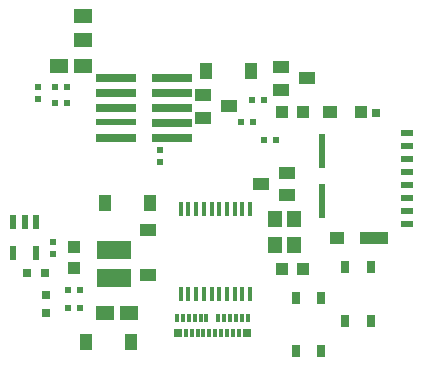
<source format=gbr>
G04 #@! TF.GenerationSoftware,KiCad,Pcbnew,7.0.7*
G04 #@! TF.CreationDate,2024-10-23T00:54:49-07:00*
G04 #@! TF.ProjectId,ESP_POE_1.4b,4553505f-504f-4455-9f31-2e34622e6b69,K*
G04 #@! TF.SameCoordinates,Original*
G04 #@! TF.FileFunction,Paste,Top*
G04 #@! TF.FilePolarity,Positive*
%FSLAX46Y46*%
G04 Gerber Fmt 4.6, Leading zero omitted, Abs format (unit mm)*
G04 Created by KiCad (PCBNEW 7.0.7) date 2024-10-23 00:54:49*
%MOMM*%
%LPD*%
G01*
G04 APERTURE LIST*
%ADD10R,1.524000X1.270000*%
%ADD11R,0.500000X0.550000*%
%ADD12R,1.016000X1.016000*%
%ADD13R,0.550000X1.200000*%
%ADD14R,0.800000X0.800000*%
%ADD15R,3.000000X1.600000*%
%ADD16R,1.400000X1.000000*%
%ADD17R,0.550000X0.500000*%
%ADD18R,0.325000X1.270000*%
%ADD19R,1.200000X1.400000*%
%ADD20R,1.000000X1.400000*%
%ADD21R,3.428302X0.660400*%
%ADD22R,3.428302X0.584200*%
%ADD23R,0.711200X0.990600*%
%ADD24R,0.300000X0.700000*%
%ADD25R,0.650000X0.700000*%
%ADD26R,0.558800X2.921000*%
%ADD27R,1.092200X1.041400*%
%ADD28R,1.193800X1.041400*%
%ADD29R,2.387600X1.041400*%
%ADD30R,0.990600X0.508000*%
%ADD31R,0.787400X0.711200*%
G04 APERTURE END LIST*
D10*
X77571600Y-134874000D03*
X79603600Y-134874000D03*
D11*
X77266800Y-137972800D03*
X78282800Y-137972800D03*
D12*
X78892400Y-151942800D03*
X78892400Y-150164800D03*
D13*
X75626000Y-148102800D03*
X74676000Y-148102800D03*
X73726000Y-148102800D03*
X73726000Y-150702800D03*
X75626000Y-150702800D03*
D11*
X79349600Y-153822400D03*
X78333600Y-153822400D03*
D14*
X76441300Y-152425400D03*
X74917300Y-152425400D03*
X76504800Y-154279600D03*
X76504800Y-155803600D03*
D11*
X78333600Y-155346400D03*
X79349600Y-155346400D03*
D15*
X82245200Y-152838000D03*
X82245200Y-150438000D03*
D12*
X96469200Y-138785600D03*
X98247200Y-138785600D03*
D10*
X83515200Y-155752800D03*
X81483200Y-155752800D03*
D12*
X96443800Y-152095200D03*
X98221800Y-152095200D03*
D16*
X96367600Y-134975600D03*
X96367600Y-136878060D03*
X98577400Y-135923020D03*
D11*
X94945200Y-137769600D03*
X93929200Y-137769600D03*
X93980000Y-139598400D03*
X92964000Y-139598400D03*
D16*
X96916240Y-145831560D03*
X96916240Y-143929100D03*
X94706440Y-144884140D03*
X89773760Y-137327640D03*
X89773760Y-139230100D03*
X91983560Y-138275060D03*
D11*
X77266800Y-136652000D03*
X78282800Y-136652000D03*
D17*
X86106000Y-143002000D03*
X86106000Y-141986000D03*
D11*
X95961200Y-141173200D03*
X94945200Y-141173200D03*
D18*
X87905400Y-154190700D03*
X88555400Y-154190700D03*
X89205400Y-154190700D03*
X89855400Y-154190700D03*
X90505400Y-154190700D03*
X91155400Y-154190700D03*
X91805400Y-154190700D03*
X92455400Y-154190700D03*
X93105400Y-154190700D03*
X93755400Y-154190700D03*
X93755400Y-146951700D03*
X93105400Y-146951700D03*
X92455400Y-146951700D03*
X91805400Y-146951700D03*
X91155400Y-146951700D03*
X90505400Y-146951700D03*
X89855400Y-146951700D03*
X89205400Y-146951700D03*
X88555400Y-146951700D03*
X87905400Y-146951700D03*
D19*
X95859600Y-147832800D03*
X97459600Y-150032800D03*
X97459600Y-147832800D03*
X95859600Y-150032800D03*
D16*
X85140800Y-152542400D03*
X85140800Y-148742400D03*
D20*
X81513600Y-146507200D03*
X85313600Y-146507200D03*
X90078400Y-135280400D03*
X93878400Y-135280400D03*
X83688000Y-158242000D03*
X79888000Y-158242000D03*
D10*
X79603600Y-132638800D03*
X79603600Y-130606800D03*
D21*
X82429002Y-135877300D03*
X87128700Y-135877300D03*
X82429002Y-137147300D03*
X87128700Y-137147300D03*
X82429002Y-138417300D03*
X87128700Y-138417300D03*
D22*
X82429002Y-139649200D03*
D21*
X87128700Y-139687300D03*
X82429002Y-140957300D03*
X87128700Y-140957300D03*
D17*
X77063600Y-150825200D03*
X77063600Y-149809200D03*
X75844400Y-137668000D03*
X75844400Y-136652000D03*
D23*
X101845801Y-156428001D03*
X101845801Y-151927999D03*
X103995799Y-156428001D03*
X103995799Y-151927999D03*
D24*
X87576400Y-156179400D03*
X88076400Y-156179400D03*
X88576400Y-156179400D03*
X89076400Y-156179400D03*
X89576400Y-156179400D03*
X90076400Y-156179400D03*
X91076400Y-156179400D03*
X91576400Y-156179400D03*
X92076400Y-156179400D03*
X92576400Y-156179400D03*
X93076400Y-156179400D03*
X93576400Y-156179400D03*
D25*
X93501400Y-157479400D03*
D24*
X92826400Y-157479400D03*
X92326400Y-157479400D03*
X91826400Y-157479400D03*
X91326400Y-157479400D03*
X90826400Y-157479400D03*
X90326400Y-157479400D03*
X89826400Y-157479400D03*
X89326400Y-157479400D03*
X88826400Y-157479400D03*
X88326400Y-157479400D03*
D25*
X87651400Y-157479400D03*
D23*
X97621202Y-159033602D03*
X97621202Y-154533600D03*
X99771200Y-159033602D03*
X99771200Y-154533600D03*
D26*
X99851401Y-146260600D03*
X99851401Y-142070600D03*
D27*
X103136401Y-138790599D03*
D28*
X100526401Y-138790599D03*
X101096402Y-149440565D03*
D29*
X104281402Y-149440601D03*
D30*
X107086400Y-140565599D03*
X107086400Y-141665600D03*
X107086400Y-142765600D03*
X107086400Y-143865600D03*
X107086400Y-144965601D03*
X107086400Y-146065601D03*
X107086400Y-147165602D03*
X107086400Y-148265599D03*
D31*
X104406401Y-138805600D03*
M02*

</source>
